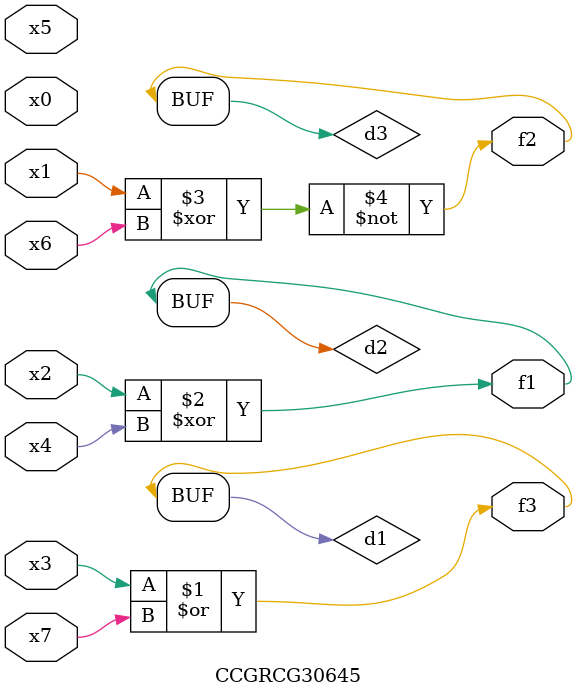
<source format=v>
module CCGRCG30645(
	input x0, x1, x2, x3, x4, x5, x6, x7,
	output f1, f2, f3
);

	wire d1, d2, d3;

	or (d1, x3, x7);
	xor (d2, x2, x4);
	xnor (d3, x1, x6);
	assign f1 = d2;
	assign f2 = d3;
	assign f3 = d1;
endmodule

</source>
